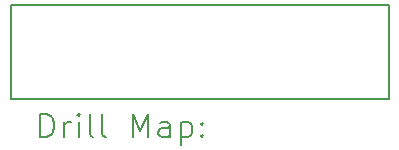
<source format=gbr>
%TF.GenerationSoftware,KiCad,Pcbnew,7.0.10*%
%TF.CreationDate,2024-02-19T09:05:06+01:00*%
%TF.ProjectId,LegoLights,4c65676f-4c69-4676-9874-732e6b696361,rev?*%
%TF.SameCoordinates,Original*%
%TF.FileFunction,Drillmap*%
%TF.FilePolarity,Positive*%
%FSLAX45Y45*%
G04 Gerber Fmt 4.5, Leading zero omitted, Abs format (unit mm)*
G04 Created by KiCad (PCBNEW 7.0.10) date 2024-02-19 09:05:06*
%MOMM*%
%LPD*%
G01*
G04 APERTURE LIST*
%ADD10C,0.200000*%
G04 APERTURE END LIST*
D10*
X11938000Y-5588000D02*
X15138000Y-5588000D01*
X15138000Y-6388000D01*
X11938000Y-6388000D01*
X11938000Y-5588000D01*
X12188777Y-6709484D02*
X12188777Y-6509484D01*
X12188777Y-6509484D02*
X12236396Y-6509484D01*
X12236396Y-6509484D02*
X12264967Y-6519008D01*
X12264967Y-6519008D02*
X12284015Y-6538055D01*
X12284015Y-6538055D02*
X12293539Y-6557103D01*
X12293539Y-6557103D02*
X12303062Y-6595198D01*
X12303062Y-6595198D02*
X12303062Y-6623769D01*
X12303062Y-6623769D02*
X12293539Y-6661865D01*
X12293539Y-6661865D02*
X12284015Y-6680912D01*
X12284015Y-6680912D02*
X12264967Y-6699960D01*
X12264967Y-6699960D02*
X12236396Y-6709484D01*
X12236396Y-6709484D02*
X12188777Y-6709484D01*
X12388777Y-6709484D02*
X12388777Y-6576150D01*
X12388777Y-6614246D02*
X12398301Y-6595198D01*
X12398301Y-6595198D02*
X12407824Y-6585674D01*
X12407824Y-6585674D02*
X12426872Y-6576150D01*
X12426872Y-6576150D02*
X12445920Y-6576150D01*
X12512586Y-6709484D02*
X12512586Y-6576150D01*
X12512586Y-6509484D02*
X12503062Y-6519008D01*
X12503062Y-6519008D02*
X12512586Y-6528531D01*
X12512586Y-6528531D02*
X12522110Y-6519008D01*
X12522110Y-6519008D02*
X12512586Y-6509484D01*
X12512586Y-6509484D02*
X12512586Y-6528531D01*
X12636396Y-6709484D02*
X12617348Y-6699960D01*
X12617348Y-6699960D02*
X12607824Y-6680912D01*
X12607824Y-6680912D02*
X12607824Y-6509484D01*
X12741158Y-6709484D02*
X12722110Y-6699960D01*
X12722110Y-6699960D02*
X12712586Y-6680912D01*
X12712586Y-6680912D02*
X12712586Y-6509484D01*
X12969729Y-6709484D02*
X12969729Y-6509484D01*
X12969729Y-6509484D02*
X13036396Y-6652341D01*
X13036396Y-6652341D02*
X13103062Y-6509484D01*
X13103062Y-6509484D02*
X13103062Y-6709484D01*
X13284015Y-6709484D02*
X13284015Y-6604722D01*
X13284015Y-6604722D02*
X13274491Y-6585674D01*
X13274491Y-6585674D02*
X13255443Y-6576150D01*
X13255443Y-6576150D02*
X13217348Y-6576150D01*
X13217348Y-6576150D02*
X13198301Y-6585674D01*
X13284015Y-6699960D02*
X13264967Y-6709484D01*
X13264967Y-6709484D02*
X13217348Y-6709484D01*
X13217348Y-6709484D02*
X13198301Y-6699960D01*
X13198301Y-6699960D02*
X13188777Y-6680912D01*
X13188777Y-6680912D02*
X13188777Y-6661865D01*
X13188777Y-6661865D02*
X13198301Y-6642817D01*
X13198301Y-6642817D02*
X13217348Y-6633293D01*
X13217348Y-6633293D02*
X13264967Y-6633293D01*
X13264967Y-6633293D02*
X13284015Y-6623769D01*
X13379253Y-6576150D02*
X13379253Y-6776150D01*
X13379253Y-6585674D02*
X13398301Y-6576150D01*
X13398301Y-6576150D02*
X13436396Y-6576150D01*
X13436396Y-6576150D02*
X13455443Y-6585674D01*
X13455443Y-6585674D02*
X13464967Y-6595198D01*
X13464967Y-6595198D02*
X13474491Y-6614246D01*
X13474491Y-6614246D02*
X13474491Y-6671388D01*
X13474491Y-6671388D02*
X13464967Y-6690436D01*
X13464967Y-6690436D02*
X13455443Y-6699960D01*
X13455443Y-6699960D02*
X13436396Y-6709484D01*
X13436396Y-6709484D02*
X13398301Y-6709484D01*
X13398301Y-6709484D02*
X13379253Y-6699960D01*
X13560205Y-6690436D02*
X13569729Y-6699960D01*
X13569729Y-6699960D02*
X13560205Y-6709484D01*
X13560205Y-6709484D02*
X13550682Y-6699960D01*
X13550682Y-6699960D02*
X13560205Y-6690436D01*
X13560205Y-6690436D02*
X13560205Y-6709484D01*
X13560205Y-6585674D02*
X13569729Y-6595198D01*
X13569729Y-6595198D02*
X13560205Y-6604722D01*
X13560205Y-6604722D02*
X13550682Y-6595198D01*
X13550682Y-6595198D02*
X13560205Y-6585674D01*
X13560205Y-6585674D02*
X13560205Y-6604722D01*
M02*

</source>
